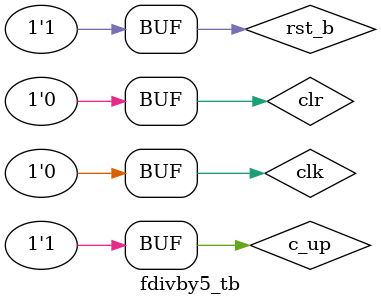
<source format=v>
module fdivby5(input clk, rst_b, clr, c_up, output fdclk);

    wire [2:0] d, q;

    rgst #(.w(3)) i0(.clk(clk), .rst_b(rst_b), .ld(c_up), .clr(clr | q[2]), .d(d), .q(q));

    assign d[2] = q[2]^(q[1] & q[0]);
    assign d[1] = q[1]^q[0];
    assign d[0] = ~q[0];
    assign fdclk = ~(q[2] | q[1] | q[0]);

endmodule

module fdivby5_tb;

reg clk, rst_b, clr, c_up;
wire fdclk;

fdivby5 fdivby5(.clk(clk), .rst_b(rst_b), .clr(clr), .c_up(c_up), .fdclk(fdclk));

localparam CLK_PERIOD = 100;
localparam CLK_CYCLES = 15;
localparam RST_DURATION = 25;

initial begin
clk = 0; repeat (2*CLK_CYCLES) #(CLK_PERIOD/2) clk = 1 - clk; end

initial begin
    rst_b = 0; #(RST_DURATION) rst_b = 1; end

initial begin
    c_up = 1; clr = 0;

    #(6 * CLK_PERIOD) clr = 1;
    #(1 * CLK_PERIOD) clr = 0;
    #(5 * CLK_PERIOD) clr = 1;
    #(1 * CLK_PERIOD) clr = 0; end


endmodule

//assign s = expression <=> always @(*) s = expression ------this is reg
</source>
